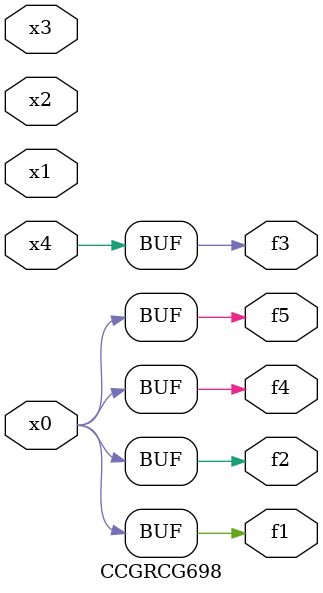
<source format=v>
module CCGRCG698(
	input x0, x1, x2, x3, x4,
	output f1, f2, f3, f4, f5
);
	assign f1 = x0;
	assign f2 = x0;
	assign f3 = x4;
	assign f4 = x0;
	assign f5 = x0;
endmodule

</source>
